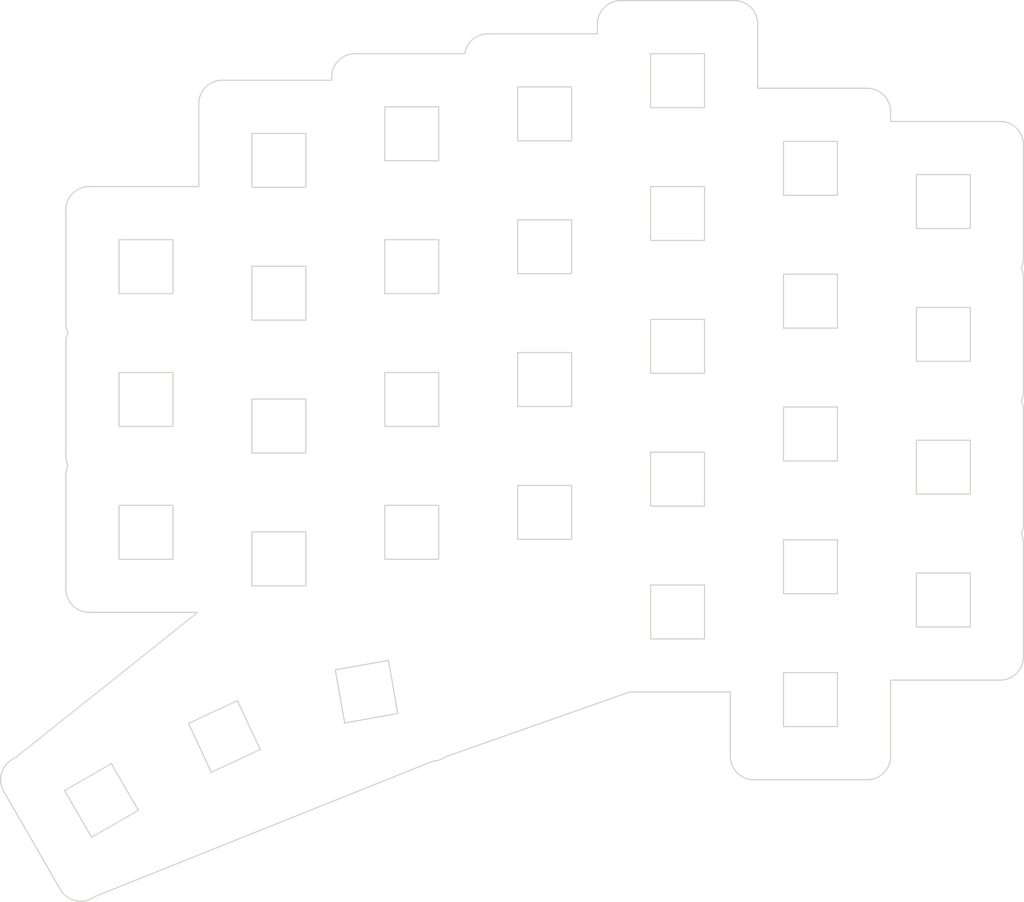
<source format=kicad_pcb>


(kicad_pcb
  (version 20240108)
  (generator "ergogen")
  (generator_version "4.1.0")
  (general
    (thickness 1.6)
    (legacy_teardrops no)
  )
  (paper "A3")
  (title_block
    (title "plate_right")
    (date "2025-06-28")
    (rev "v0.2")
    (company "Happily-Coding")
  )

  (layers
    (0 "F.Cu" signal)
    (31 "B.Cu" signal)
    (32 "B.Adhes" user "B.Adhesive")
    (33 "F.Adhes" user "F.Adhesive")
    (34 "B.Paste" user)
    (35 "F.Paste" user)
    (36 "B.SilkS" user "B.Silkscreen")
    (37 "F.SilkS" user "F.Silkscreen")
    (38 "B.Mask" user)
    (39 "F.Mask" user)
    (40 "Dwgs.User" user "User.Drawings")
    (41 "Cmts.User" user "User.Comments")
    (42 "Eco1.User" user "User.Eco1")
    (43 "Eco2.User" user "User.Eco2")
    (44 "Edge.Cuts" user)
    (45 "Margin" user)
    (46 "B.CrtYd" user "B.Courtyard")
    (47 "F.CrtYd" user "F.Courtyard")
    (48 "B.Fab" user)
    (49 "F.Fab" user)
  )

  (setup
    (pad_to_mask_clearance 0.05)
    (allow_soldermask_bridges_in_footprints no)
    (pcbplotparams
      (layerselection 0x00010fc_ffffffff)
      (plot_on_all_layers_selection 0x0000000_00000000)
      (disableapertmacros no)
      (usegerberextensions no)
      (usegerberattributes yes)
      (usegerberadvancedattributes yes)
      (creategerberjobfile yes)
      (dashed_line_dash_ratio 12.000000)
      (dashed_line_gap_ratio 3.000000)
      (svgprecision 4)
      (plotframeref no)
      (viasonmask no)
      (mode 1)
      (useauxorigin no)
      (hpglpennumber 1)
      (hpglpenspeed 20)
      (hpglpendiameter 15.000000)
      (pdf_front_fp_property_popups yes)
      (pdf_back_fp_property_popups yes)
      (dxfpolygonmode yes)
      (dxfimperialunits yes)
      (dxfusepcbnewfont yes)
      (psnegative no)
      (psa4output no)
      (plotreference yes)
      (plotvalue yes)
      (plotfptext yes)
      (plotinvisibletext no)
      (sketchpadsonfab no)
      (subtractmaskfromsilk no)
      (outputformat 1)
      (mirror no)
      (drillshape 1)
      (scaleselection 1)
      (outputdirectory "")
    )
  )

  (net 0 "")

  
  (gr_line (start 298.25 143.25) (end 312.25 143.25) (layer Edge.Cuts) (stroke (width 0.15) (type default)))
(gr_arc (start 312.25 143.25) (mid 314.3713203 142.3713203) (end 315.25 140.25) (layer Edge.Cuts) (stroke (width 0.15) (type default)))
(gr_line (start 315.25 140.25) (end 315.25 125.75) (layer Edge.Cuts) (stroke (width 0.15) (type default)))
(gr_arc (start 315.25 125.75) (mid 315.181001 125.1102868) (end 314.977178 124.5) (layer Edge.Cuts) (stroke (width 0.15) (type default)))
(gr_arc (start 314.977178 124.5) (mid 315.181001 123.8897132) (end 315.25 123.25) (layer Edge.Cuts) (stroke (width 0.15) (type default)))
(gr_line (start 315.25 123.25) (end 315.25 108.75) (layer Edge.Cuts) (stroke (width 0.15) (type default)))
(gr_arc (start 315.25 108.75) (mid 315.181001 108.1102868) (end 314.977178 107.5) (layer Edge.Cuts) (stroke (width 0.15) (type default)))
(gr_arc (start 314.977178 107.5) (mid 315.181001 106.8897132) (end 315.25 106.25) (layer Edge.Cuts) (stroke (width 0.15) (type default)))
(gr_line (start 315.25 106.25) (end 315.25 91.75) (layer Edge.Cuts) (stroke (width 0.15) (type default)))
(gr_arc (start 315.25 91.75) (mid 315.181001 91.1102868) (end 314.977178 90.5) (layer Edge.Cuts) (stroke (width 0.15) (type default)))
(gr_arc (start 314.977178 90.5) (mid 315.181001 89.8897132) (end 315.25 89.25) (layer Edge.Cuts) (stroke (width 0.15) (type default)))
(gr_line (start 315.25 89.25) (end 315.25 74.75) (layer Edge.Cuts) (stroke (width 0.15) (type default)))
(gr_arc (start 315.25 74.75) (mid 314.3713203 72.6286797) (end 312.25 71.75) (layer Edge.Cuts) (stroke (width 0.15) (type default)))
(gr_line (start 312.25 71.75) (end 298.25 71.75) (layer Edge.Cuts) (stroke (width 0.15) (type default)))
(gr_line (start 280.75 156) (end 295.25 156) (layer Edge.Cuts) (stroke (width 0.15) (type default)))
(gr_arc (start 295.25 156) (mid 297.3713203 155.1213203) (end 298.25 153) (layer Edge.Cuts) (stroke (width 0.15) (type default)))
(gr_line (start 298.25 153) (end 298.25 143.25) (layer Edge.Cuts) (stroke (width 0.15) (type default)))
(gr_line (start 277.75 144.78) (end 277.75 153) (layer Edge.Cuts) (stroke (width 0.15) (type default)))
(gr_arc (start 277.75 153) (mid 278.6286797 155.1213203) (end 280.75 156) (layer Edge.Cuts) (stroke (width 0.15) (type default)))
(gr_line (start 298.25 71.75) (end 298.25 70.5) (layer Edge.Cuts) (stroke (width 0.15) (type default)))
(gr_arc (start 298.25 70.5) (mid 297.3713203 68.3786797) (end 295.25 67.5) (layer Edge.Cuts) (stroke (width 0.15) (type default)))
(gr_line (start 295.25 67.5) (end 281.25 67.5) (layer Edge.Cuts) (stroke (width 0.15) (type default)))
(gr_line (start 264.83853353298355 144.78) (end 277.75 144.78) (layer Edge.Cuts) (stroke (width 0.15) (type default)))
(gr_line (start 281.25 67.5) (end 281.25 59.28) (layer Edge.Cuts) (stroke (width 0.15) (type default)))
(gr_arc (start 281.25 59.28) (mid 280.3713203 57.1586797) (end 278.25 56.28) (layer Edge.Cuts) (stroke (width 0.15) (type default)))
(gr_line (start 278.25 56.28) (end 263.75 56.28) (layer Edge.Cuts) (stroke (width 0.15) (type default)))
(gr_arc (start 263.75 56.28) (mid 261.6286797 57.1586797) (end 260.75 59.28) (layer Edge.Cuts) (stroke (width 0.15) (type default)))
(gr_line (start 260.75 59.28) (end 260.75 60.53) (layer Edge.Cuts) (stroke (width 0.15) (type default)))
(gr_line (start 260.75 60.53) (end 246.75 60.53) (layer Edge.Cuts) (stroke (width 0.15) (type default)))
(gr_arc (start 246.75 60.53) (mid 244.7942393 61.2551374) (end 243.783942 63.08) (layer Edge.Cuts) (stroke (width 0.15) (type default)))
(gr_line (start 243.783942 63.08) (end 229.75 63.08000000000001) (layer Edge.Cuts) (stroke (width 0.15) (type default)))
(gr_arc (start 229.75 63.08000000000001) (mid 227.6286797 63.95867970000001) (end 226.75 66.08000000000001) (layer Edge.Cuts) (stroke (width 0.15) (type default)))
(gr_line (start 226.75 66.08000000000001) (end 226.75 66.47999999999999) (layer Edge.Cuts) (stroke (width 0.15) (type default)))
(gr_line (start 226.75 66.47999999999999) (end 212.75 66.47999999999999) (layer Edge.Cuts) (stroke (width 0.15) (type default)))
(gr_arc (start 212.75 66.47999999999999) (mid 210.6286797 67.3586797) (end 209.75 69.47999999999999) (layer Edge.Cuts) (stroke (width 0.15) (type default)))
(gr_line (start 209.75 69.47999999999999) (end 209.75 80.08000000000001) (layer Edge.Cuts) (stroke (width 0.15) (type default)))
(gr_line (start 195.75 134.58) (end 209.62457969464404 134.58) (layer Edge.Cuts) (stroke (width 0.15) (type default)))
(gr_arc (start 193.022822 115.83000000000001) (mid 192.818999 116.44028680000001) (end 192.75 117.08000000000001) (layer Edge.Cuts) (stroke (width 0.15) (type default)))
(gr_line (start 192.75 117.08000000000001) (end 192.75 131.58) (layer Edge.Cuts) (stroke (width 0.15) (type default)))
(gr_arc (start 192.75 131.58) (mid 193.6286797 133.70132030000002) (end 195.75 134.58) (layer Edge.Cuts) (stroke (width 0.15) (type default)))
(gr_arc (start 193.022822 98.83000000000001) (mid 192.818999 99.44028680000001) (end 192.75 100.08000000000001) (layer Edge.Cuts) (stroke (width 0.15) (type default)))
(gr_line (start 192.75 100.08000000000001) (end 192.75 114.58000000000001) (layer Edge.Cuts) (stroke (width 0.15) (type default)))
(gr_arc (start 192.75 114.58000000000001) (mid 192.818999 115.21971320000002) (end 193.022822 115.83000000000001) (layer Edge.Cuts) (stroke (width 0.15) (type default)))
(gr_line (start 209.75 80.08000000000001) (end 195.75 80.08000000000001) (layer Edge.Cuts) (stroke (width 0.15) (type default)))
(gr_arc (start 195.75 80.08000000000001) (mid 193.6286797 80.95867970000002) (end 192.75 83.08000000000001) (layer Edge.Cuts) (stroke (width 0.15) (type default)))
(gr_line (start 192.75 83.08000000000001) (end 192.75 97.58000000000001) (layer Edge.Cuts) (stroke (width 0.15) (type default)))
(gr_arc (start 192.75 97.58000000000001) (mid 192.818999 98.21971320000002) (end 193.022822 98.83000000000001) (layer Edge.Cuts) (stroke (width 0.15) (type default)))
(gr_line (start 239.6473462 153.65215429999998) (end 240.13975 153.56533019999998) (layer Edge.Cuts) (stroke (width 0.15) (type default)))
(gr_arc (start 240.13975000000002 153.5653302) (mid 240.78609400000002 153.3744984) (end 241.3735318 153.0442042) (layer Edge.Cuts) (stroke (width 0.15) (type default)))
(gr_line (start 196.15301110000001 171.15193029999998) (end 196.5860238 170.90193029999998) (layer Edge.Cuts) (stroke (width 0.15) (type default)))
(gr_line (start 186.3360238 153.14840949999999) (end 185.90301110000001 153.39840949999999) (layer Edge.Cuts) (stroke (width 0.15) (type default)))
(gr_arc (start 185.90301110000001 153.39840949999999) (mid 184.50523360000003 155.2200286) (end 184.8049349 157.4964857) (layer Edge.Cuts) (stroke (width 0.15) (type default)))
(gr_line (start 184.8049349 157.4964857) (end 192.0549349 170.05385409999997) (layer Edge.Cuts) (stroke (width 0.15) (type default)))
(gr_arc (start 192.0549349 170.05385409999997) (mid 193.87655400000003 171.45163159999996) (end 196.15301110000001 171.15193029999998) (layer Edge.Cuts) (stroke (width 0.15) (type default)))
(gr_line (start 209.62457969464404 134.58) (end 186.3360238 153.14840949999999) (layer Edge.Cuts) (stroke (width 0.15) (type default)))
(gr_line (start 196.5860238 170.90193029999998) (end 239.6473462 153.65215429999998) (layer Edge.Cuts) (stroke (width 0.15) (type default)))
(gr_line (start 241.3735318 153.0442041) (end 264.83853353298355 144.78) (layer Edge.Cuts) (stroke (width 0.15) (type default)))
(gr_line (start 301.55 136.45) (end 308.45 136.45) (layer Edge.Cuts) (stroke (width 0.15) (type default)))
(gr_line (start 308.45 136.45) (end 308.45 129.54999999999998) (layer Edge.Cuts) (stroke (width 0.15) (type default)))
(gr_line (start 308.45 129.54999999999998) (end 301.55 129.54999999999998) (layer Edge.Cuts) (stroke (width 0.15) (type default)))
(gr_line (start 301.55 129.54999999999998) (end 301.55 136.45) (layer Edge.Cuts) (stroke (width 0.15) (type default)))
(gr_line (start 301.55 119.45) (end 308.45 119.45) (layer Edge.Cuts) (stroke (width 0.15) (type default)))
(gr_line (start 308.45 119.45) (end 308.45 112.55) (layer Edge.Cuts) (stroke (width 0.15) (type default)))
(gr_line (start 308.45 112.55) (end 301.55 112.55) (layer Edge.Cuts) (stroke (width 0.15) (type default)))
(gr_line (start 301.55 112.55) (end 301.55 119.45) (layer Edge.Cuts) (stroke (width 0.15) (type default)))
(gr_line (start 301.55 102.45) (end 308.45 102.45) (layer Edge.Cuts) (stroke (width 0.15) (type default)))
(gr_line (start 308.45 102.45) (end 308.45 95.55) (layer Edge.Cuts) (stroke (width 0.15) (type default)))
(gr_line (start 308.45 95.55) (end 301.55 95.55) (layer Edge.Cuts) (stroke (width 0.15) (type default)))
(gr_line (start 301.55 95.55) (end 301.55 102.45) (layer Edge.Cuts) (stroke (width 0.15) (type default)))
(gr_line (start 301.55 85.45) (end 308.45 85.45) (layer Edge.Cuts) (stroke (width 0.15) (type default)))
(gr_line (start 308.45 85.45) (end 308.45 78.55) (layer Edge.Cuts) (stroke (width 0.15) (type default)))
(gr_line (start 308.45 78.55) (end 301.55 78.55) (layer Edge.Cuts) (stroke (width 0.15) (type default)))
(gr_line (start 301.55 78.55) (end 301.55 85.45) (layer Edge.Cuts) (stroke (width 0.15) (type default)))
(gr_line (start 284.55 149.2) (end 291.45 149.2) (layer Edge.Cuts) (stroke (width 0.15) (type default)))
(gr_line (start 291.45 149.2) (end 291.45 142.29999999999998) (layer Edge.Cuts) (stroke (width 0.15) (type default)))
(gr_line (start 291.45 142.29999999999998) (end 284.55 142.29999999999998) (layer Edge.Cuts) (stroke (width 0.15) (type default)))
(gr_line (start 284.55 142.29999999999998) (end 284.55 149.2) (layer Edge.Cuts) (stroke (width 0.15) (type default)))
(gr_line (start 284.55 132.2) (end 291.45 132.2) (layer Edge.Cuts) (stroke (width 0.15) (type default)))
(gr_line (start 291.45 132.2) (end 291.45 125.29999999999998) (layer Edge.Cuts) (stroke (width 0.15) (type default)))
(gr_line (start 291.45 125.29999999999998) (end 284.55 125.29999999999998) (layer Edge.Cuts) (stroke (width 0.15) (type default)))
(gr_line (start 284.55 125.29999999999998) (end 284.55 132.2) (layer Edge.Cuts) (stroke (width 0.15) (type default)))
(gr_line (start 284.55 115.2) (end 291.45 115.2) (layer Edge.Cuts) (stroke (width 0.15) (type default)))
(gr_line (start 291.45 115.2) (end 291.45 108.3) (layer Edge.Cuts) (stroke (width 0.15) (type default)))
(gr_line (start 291.45 108.3) (end 284.55 108.3) (layer Edge.Cuts) (stroke (width 0.15) (type default)))
(gr_line (start 284.55 108.3) (end 284.55 115.2) (layer Edge.Cuts) (stroke (width 0.15) (type default)))
(gr_line (start 284.55 98.2) (end 291.45 98.2) (layer Edge.Cuts) (stroke (width 0.15) (type default)))
(gr_line (start 291.45 98.2) (end 291.45 91.3) (layer Edge.Cuts) (stroke (width 0.15) (type default)))
(gr_line (start 291.45 91.3) (end 284.55 91.3) (layer Edge.Cuts) (stroke (width 0.15) (type default)))
(gr_line (start 284.55 91.3) (end 284.55 98.2) (layer Edge.Cuts) (stroke (width 0.15) (type default)))
(gr_line (start 284.55 81.2) (end 291.45 81.2) (layer Edge.Cuts) (stroke (width 0.15) (type default)))
(gr_line (start 291.45 81.2) (end 291.45 74.3) (layer Edge.Cuts) (stroke (width 0.15) (type default)))
(gr_line (start 291.45 74.3) (end 284.55 74.3) (layer Edge.Cuts) (stroke (width 0.15) (type default)))
(gr_line (start 284.55 74.3) (end 284.55 81.2) (layer Edge.Cuts) (stroke (width 0.15) (type default)))
(gr_line (start 267.55 137.98) (end 274.45 137.98) (layer Edge.Cuts) (stroke (width 0.15) (type default)))
(gr_line (start 274.45 137.98) (end 274.45 131.07999999999998) (layer Edge.Cuts) (stroke (width 0.15) (type default)))
(gr_line (start 274.45 131.07999999999998) (end 267.55 131.07999999999998) (layer Edge.Cuts) (stroke (width 0.15) (type default)))
(gr_line (start 267.55 131.07999999999998) (end 267.55 137.98) (layer Edge.Cuts) (stroke (width 0.15) (type default)))
(gr_line (start 267.55 120.98) (end 274.45 120.98) (layer Edge.Cuts) (stroke (width 0.15) (type default)))
(gr_line (start 274.45 120.98) (end 274.45 114.08) (layer Edge.Cuts) (stroke (width 0.15) (type default)))
(gr_line (start 274.45 114.08) (end 267.55 114.08) (layer Edge.Cuts) (stroke (width 0.15) (type default)))
(gr_line (start 267.55 114.08) (end 267.55 120.98) (layer Edge.Cuts) (stroke (width 0.15) (type default)))
(gr_line (start 267.55 103.98) (end 274.45 103.98) (layer Edge.Cuts) (stroke (width 0.15) (type default)))
(gr_line (start 274.45 103.98) (end 274.45 97.08) (layer Edge.Cuts) (stroke (width 0.15) (type default)))
(gr_line (start 274.45 97.08) (end 267.55 97.08) (layer Edge.Cuts) (stroke (width 0.15) (type default)))
(gr_line (start 267.55 97.08) (end 267.55 103.98) (layer Edge.Cuts) (stroke (width 0.15) (type default)))
(gr_line (start 267.55 86.98) (end 274.45 86.98) (layer Edge.Cuts) (stroke (width 0.15) (type default)))
(gr_line (start 274.45 86.98) (end 274.45 80.08) (layer Edge.Cuts) (stroke (width 0.15) (type default)))
(gr_line (start 274.45 80.08) (end 267.55 80.08) (layer Edge.Cuts) (stroke (width 0.15) (type default)))
(gr_line (start 267.55 80.08) (end 267.55 86.98) (layer Edge.Cuts) (stroke (width 0.15) (type default)))
(gr_line (start 267.55 69.98) (end 274.45 69.98) (layer Edge.Cuts) (stroke (width 0.15) (type default)))
(gr_line (start 274.45 69.98) (end 274.45 63.080000000000005) (layer Edge.Cuts) (stroke (width 0.15) (type default)))
(gr_line (start 274.45 63.080000000000005) (end 267.55 63.080000000000005) (layer Edge.Cuts) (stroke (width 0.15) (type default)))
(gr_line (start 267.55 63.080000000000005) (end 267.55 69.98) (layer Edge.Cuts) (stroke (width 0.15) (type default)))
(gr_line (start 250.55 125.23) (end 257.45 125.23) (layer Edge.Cuts) (stroke (width 0.15) (type default)))
(gr_line (start 257.45 125.23) (end 257.45 118.33) (layer Edge.Cuts) (stroke (width 0.15) (type default)))
(gr_line (start 257.45 118.33) (end 250.55 118.33) (layer Edge.Cuts) (stroke (width 0.15) (type default)))
(gr_line (start 250.55 118.33) (end 250.55 125.23) (layer Edge.Cuts) (stroke (width 0.15) (type default)))
(gr_line (start 250.55 108.23) (end 257.45 108.23) (layer Edge.Cuts) (stroke (width 0.15) (type default)))
(gr_line (start 257.45 108.23) (end 257.45 101.33) (layer Edge.Cuts) (stroke (width 0.15) (type default)))
(gr_line (start 257.45 101.33) (end 250.55 101.33) (layer Edge.Cuts) (stroke (width 0.15) (type default)))
(gr_line (start 250.55 101.33) (end 250.55 108.23) (layer Edge.Cuts) (stroke (width 0.15) (type default)))
(gr_line (start 250.55 91.23) (end 257.45 91.23) (layer Edge.Cuts) (stroke (width 0.15) (type default)))
(gr_line (start 257.45 91.23) (end 257.45 84.33) (layer Edge.Cuts) (stroke (width 0.15) (type default)))
(gr_line (start 257.45 84.33) (end 250.55 84.33) (layer Edge.Cuts) (stroke (width 0.15) (type default)))
(gr_line (start 250.55 84.33) (end 250.55 91.23) (layer Edge.Cuts) (stroke (width 0.15) (type default)))
(gr_line (start 250.55 74.23) (end 257.45 74.23) (layer Edge.Cuts) (stroke (width 0.15) (type default)))
(gr_line (start 257.45 74.23) (end 257.45 67.33) (layer Edge.Cuts) (stroke (width 0.15) (type default)))
(gr_line (start 257.45 67.33) (end 250.55 67.33) (layer Edge.Cuts) (stroke (width 0.15) (type default)))
(gr_line (start 250.55 67.33) (end 250.55 74.23) (layer Edge.Cuts) (stroke (width 0.15) (type default)))
(gr_line (start 233.55 127.78000000000002) (end 240.45000000000002 127.78000000000002) (layer Edge.Cuts) (stroke (width 0.15) (type default)))
(gr_line (start 240.45000000000002 127.78000000000002) (end 240.45000000000002 120.88000000000001) (layer Edge.Cuts) (stroke (width 0.15) (type default)))
(gr_line (start 240.45000000000002 120.88000000000001) (end 233.55 120.88000000000001) (layer Edge.Cuts) (stroke (width 0.15) (type default)))
(gr_line (start 233.55 120.88000000000001) (end 233.55 127.78000000000002) (layer Edge.Cuts) (stroke (width 0.15) (type default)))
(gr_line (start 233.55 110.78000000000002) (end 240.45000000000002 110.78000000000002) (layer Edge.Cuts) (stroke (width 0.15) (type default)))
(gr_line (start 240.45000000000002 110.78000000000002) (end 240.45000000000002 103.88000000000001) (layer Edge.Cuts) (stroke (width 0.15) (type default)))
(gr_line (start 240.45000000000002 103.88000000000001) (end 233.55 103.88000000000001) (layer Edge.Cuts) (stroke (width 0.15) (type default)))
(gr_line (start 233.55 103.88000000000001) (end 233.55 110.78000000000002) (layer Edge.Cuts) (stroke (width 0.15) (type default)))
(gr_line (start 233.55 93.78000000000002) (end 240.45000000000002 93.78000000000002) (layer Edge.Cuts) (stroke (width 0.15) (type default)))
(gr_line (start 240.45000000000002 93.78000000000002) (end 240.45000000000002 86.88000000000001) (layer Edge.Cuts) (stroke (width 0.15) (type default)))
(gr_line (start 240.45000000000002 86.88000000000001) (end 233.55 86.88000000000001) (layer Edge.Cuts) (stroke (width 0.15) (type default)))
(gr_line (start 233.55 86.88000000000001) (end 233.55 93.78000000000002) (layer Edge.Cuts) (stroke (width 0.15) (type default)))
(gr_line (start 233.55 76.78000000000002) (end 240.45000000000002 76.78000000000002) (layer Edge.Cuts) (stroke (width 0.15) (type default)))
(gr_line (start 240.45000000000002 76.78000000000002) (end 240.45000000000002 69.88000000000001) (layer Edge.Cuts) (stroke (width 0.15) (type default)))
(gr_line (start 240.45000000000002 69.88000000000001) (end 233.55 69.88000000000001) (layer Edge.Cuts) (stroke (width 0.15) (type default)))
(gr_line (start 233.55 69.88000000000001) (end 233.55 76.78000000000002) (layer Edge.Cuts) (stroke (width 0.15) (type default)))
(gr_line (start 216.55 131.17999999999998) (end 223.45000000000002 131.17999999999998) (layer Edge.Cuts) (stroke (width 0.15) (type default)))
(gr_line (start 223.45000000000002 131.17999999999998) (end 223.45000000000002 124.27999999999997) (layer Edge.Cuts) (stroke (width 0.15) (type default)))
(gr_line (start 223.45000000000002 124.27999999999997) (end 216.55 124.27999999999997) (layer Edge.Cuts) (stroke (width 0.15) (type default)))
(gr_line (start 216.55 124.27999999999997) (end 216.55 131.17999999999998) (layer Edge.Cuts) (stroke (width 0.15) (type default)))
(gr_line (start 216.55 114.17999999999999) (end 223.45000000000002 114.17999999999999) (layer Edge.Cuts) (stroke (width 0.15) (type default)))
(gr_line (start 223.45000000000002 114.17999999999999) (end 223.45000000000002 107.27999999999999) (layer Edge.Cuts) (stroke (width 0.15) (type default)))
(gr_line (start 223.45000000000002 107.27999999999999) (end 216.55 107.27999999999999) (layer Edge.Cuts) (stroke (width 0.15) (type default)))
(gr_line (start 216.55 107.27999999999999) (end 216.55 114.17999999999999) (layer Edge.Cuts) (stroke (width 0.15) (type default)))
(gr_line (start 216.55 97.17999999999999) (end 223.45000000000002 97.17999999999999) (layer Edge.Cuts) (stroke (width 0.15) (type default)))
(gr_line (start 223.45000000000002 97.17999999999999) (end 223.45000000000002 90.27999999999999) (layer Edge.Cuts) (stroke (width 0.15) (type default)))
(gr_line (start 223.45000000000002 90.27999999999999) (end 216.55 90.27999999999999) (layer Edge.Cuts) (stroke (width 0.15) (type default)))
(gr_line (start 216.55 90.27999999999999) (end 216.55 97.17999999999999) (layer Edge.Cuts) (stroke (width 0.15) (type default)))
(gr_line (start 216.55 80.17999999999999) (end 223.45000000000002 80.17999999999999) (layer Edge.Cuts) (stroke (width 0.15) (type default)))
(gr_line (start 223.45000000000002 80.17999999999999) (end 223.45000000000002 73.27999999999999) (layer Edge.Cuts) (stroke (width 0.15) (type default)))
(gr_line (start 223.45000000000002 73.27999999999999) (end 216.55 73.27999999999999) (layer Edge.Cuts) (stroke (width 0.15) (type default)))
(gr_line (start 216.55 73.27999999999999) (end 216.55 80.17999999999999) (layer Edge.Cuts) (stroke (width 0.15) (type default)))
(gr_line (start 199.55 127.78000000000002) (end 206.45000000000002 127.78000000000002) (layer Edge.Cuts) (stroke (width 0.15) (type default)))
(gr_line (start 206.45000000000002 127.78000000000002) (end 206.45000000000002 120.88000000000001) (layer Edge.Cuts) (stroke (width 0.15) (type default)))
(gr_line (start 206.45000000000002 120.88000000000001) (end 199.55 120.88000000000001) (layer Edge.Cuts) (stroke (width 0.15) (type default)))
(gr_line (start 199.55 120.88000000000001) (end 199.55 127.78000000000002) (layer Edge.Cuts) (stroke (width 0.15) (type default)))
(gr_line (start 199.55 110.78000000000002) (end 206.45000000000002 110.78000000000002) (layer Edge.Cuts) (stroke (width 0.15) (type default)))
(gr_line (start 206.45000000000002 110.78000000000002) (end 206.45000000000002 103.88000000000001) (layer Edge.Cuts) (stroke (width 0.15) (type default)))
(gr_line (start 206.45000000000002 103.88000000000001) (end 199.55 103.88000000000001) (layer Edge.Cuts) (stroke (width 0.15) (type default)))
(gr_line (start 199.55 103.88000000000001) (end 199.55 110.78000000000002) (layer Edge.Cuts) (stroke (width 0.15) (type default)))
(gr_line (start 199.55 93.78000000000002) (end 206.45000000000002 93.78000000000002) (layer Edge.Cuts) (stroke (width 0.15) (type default)))
(gr_line (start 206.45000000000002 93.78000000000002) (end 206.45000000000002 86.88000000000001) (layer Edge.Cuts) (stroke (width 0.15) (type default)))
(gr_line (start 206.45000000000002 86.88000000000001) (end 199.55 86.88000000000001) (layer Edge.Cuts) (stroke (width 0.15) (type default)))
(gr_line (start 199.55 86.88000000000001) (end 199.55 93.78000000000002) (layer Edge.Cuts) (stroke (width 0.15) (type default)))
(gr_line (start 228.4214995 148.72667299999998) (end 235.21667300000001 147.52850049999998) (layer Edge.Cuts) (stroke (width 0.15) (type default)))
(gr_line (start 235.21667300000001 147.52850049999998) (end 234.01850050000002 140.73332699999997) (layer Edge.Cuts) (stroke (width 0.15) (type default)))
(gr_line (start 234.01850050000002 140.73332699999997) (end 227.223327 141.93149949999997) (layer Edge.Cuts) (stroke (width 0.15) (type default)))
(gr_line (start 227.223327 141.93149949999997) (end 228.4214995 148.72667299999998) (layer Edge.Cuts) (stroke (width 0.15) (type default)))
(gr_line (start 211.36054330000002 155.05030929999998) (end 217.61406710000003 152.13424329999998) (layer Edge.Cuts) (stroke (width 0.15) (type default)))
(gr_line (start 217.61406710000003 152.13424329999998) (end 214.69800110000003 145.88071949999997) (layer Edge.Cuts) (stroke (width 0.15) (type default)))
(gr_line (start 214.69800110000003 145.88071949999997) (end 208.44447730000002 148.79678549999997) (layer Edge.Cuts) (stroke (width 0.15) (type default)))
(gr_line (start 208.44447730000002 148.79678549999997) (end 211.36054330000002 155.05030929999998) (layer Edge.Cuts) (stroke (width 0.15) (type default)))
(gr_line (start 196.0439077 163.36295749999996) (end 202.0194829 159.91295749999998) (layer Edge.Cuts) (stroke (width 0.15) (type default)))
(gr_line (start 202.0194829 159.91295749999998) (end 198.56948290000003 153.93738229999997) (layer Edge.Cuts) (stroke (width 0.15) (type default)))
(gr_line (start 198.56948290000003 153.93738229999997) (end 192.59390770000002 157.38738229999996) (layer Edge.Cuts) (stroke (width 0.15) (type default)))
(gr_line (start 192.59390770000002 157.38738229999996) (end 196.0439077 163.36295749999996) (layer Edge.Cuts) (stroke (width 0.15) (type default)))

)


</source>
